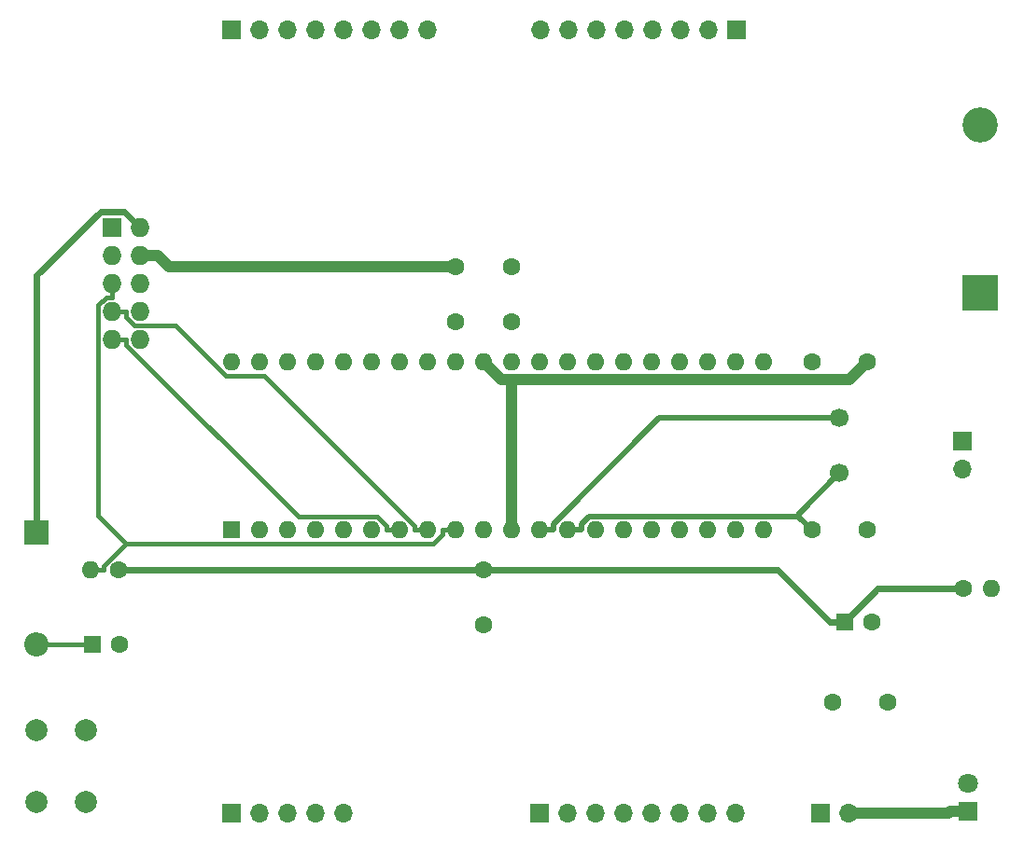
<source format=gbr>
G04 #@! TF.GenerationSoftware,KiCad,Pcbnew,5.1.4-3.fc30*
G04 #@! TF.CreationDate,2019-09-19T02:51:46+02:00*
G04 #@! TF.ProjectId,avr_dev_board_atmega16,6176725f-6465-4765-9f62-6f6172645f61,1_0*
G04 #@! TF.SameCoordinates,Original*
G04 #@! TF.FileFunction,Copper,L1,Top*
G04 #@! TF.FilePolarity,Positive*
%FSLAX46Y46*%
G04 Gerber Fmt 4.6, Leading zero omitted, Abs format (unit mm)*
G04 Created by KiCad (PCBNEW 5.1.4-3.fc30) date 2019-09-19 02:51:46*
%MOMM*%
%LPD*%
G04 APERTURE LIST*
%ADD10C,1.700000*%
%ADD11C,1.600000*%
%ADD12O,1.727200X1.727200*%
%ADD13R,1.727200X1.727200*%
%ADD14O,1.700000X1.700000*%
%ADD15R,1.700000X1.700000*%
%ADD16C,2.000000*%
%ADD17R,1.600000X1.600000*%
%ADD18O,2.200000X2.200000*%
%ADD19R,2.200000X2.200000*%
%ADD20O,3.200000X3.200000*%
%ADD21R,3.200000X3.200000*%
%ADD22C,1.800000*%
%ADD23R,1.800000X1.800000*%
%ADD24O,1.600000X1.600000*%
%ADD25C,0.400000*%
%ADD26C,1.000000*%
%ADD27C,0.600000*%
%ADD28C,0.500000*%
G04 APERTURE END LIST*
D10*
X118616000Y-86164600D03*
X118616000Y-91164600D03*
D11*
X121116000Y-81094600D03*
X116116000Y-81094600D03*
X121116000Y-96334600D03*
X116116000Y-96334600D03*
D12*
X55194200Y-78994000D03*
X52654200Y-78994000D03*
X55194200Y-76454000D03*
X52654200Y-76454000D03*
X55194200Y-73914000D03*
X52654200Y-73914000D03*
X55194200Y-71374000D03*
X52654200Y-71374000D03*
X55194200Y-68834000D03*
D13*
X52654200Y-68834000D03*
D14*
X119469000Y-122075000D03*
D15*
X116929000Y-122075000D03*
D14*
X129795000Y-90805000D03*
D15*
X129795000Y-88265000D03*
D14*
X109208900Y-122075000D03*
X106668900Y-122075000D03*
X104128900Y-122075000D03*
X101588900Y-122075000D03*
X99048900Y-122075000D03*
X96508900Y-122075000D03*
X93968900Y-122075000D03*
D15*
X91428900Y-122075000D03*
D14*
X91529000Y-50955400D03*
X94069000Y-50955400D03*
X96609000Y-50955400D03*
X99149000Y-50955400D03*
X101689000Y-50955400D03*
X104229000Y-50955400D03*
X106769000Y-50955400D03*
D15*
X109309000Y-50955400D03*
D14*
X81254600Y-50905400D03*
X78714600Y-50905400D03*
X76174600Y-50905400D03*
X73634600Y-50905400D03*
X71094600Y-50905400D03*
X68554600Y-50905400D03*
X66014600Y-50905400D03*
D15*
X63474600Y-50905400D03*
D14*
X73634600Y-122025000D03*
X71094600Y-122025000D03*
X68554600Y-122025000D03*
X66014600Y-122025000D03*
D15*
X63474600Y-122025000D03*
D16*
X50296200Y-121029000D03*
X45796200Y-121029000D03*
X50296200Y-114529000D03*
X45796200Y-114529000D03*
D11*
X53350800Y-106680000D03*
D17*
X50850800Y-106680000D03*
D11*
X83794600Y-72437000D03*
X83794600Y-77437000D03*
X86334600Y-104936800D03*
X86334600Y-99936800D03*
X88874600Y-77437000D03*
X88874600Y-72437000D03*
X121566000Y-104651000D03*
D17*
X119066000Y-104651000D03*
D11*
X122973000Y-111989000D03*
X117973000Y-111989000D03*
D18*
X45796200Y-106680000D03*
D19*
X45796200Y-96520000D03*
D20*
X131394000Y-59512200D03*
D21*
X131394000Y-74752200D03*
D22*
X130245000Y-119354000D03*
D23*
X130245000Y-121894000D03*
D24*
X50673000Y-99936300D03*
D11*
X53213000Y-99936300D03*
D24*
X132385000Y-101651000D03*
D11*
X129845000Y-101651000D03*
D24*
X63474600Y-81094600D03*
X111734600Y-96334600D03*
X66014600Y-81094600D03*
X109194600Y-96334600D03*
X68554600Y-81094600D03*
X106654600Y-96334600D03*
X71094600Y-81094600D03*
X104114600Y-96334600D03*
X73634600Y-81094600D03*
X101574600Y-96334600D03*
X76174600Y-81094600D03*
X99034600Y-96334600D03*
X78714600Y-81094600D03*
X96494600Y-96334600D03*
X81254600Y-81094600D03*
X93954600Y-96334600D03*
X83794600Y-81094600D03*
X91414600Y-96334600D03*
X86334600Y-81094600D03*
X88874600Y-96334600D03*
X88874600Y-81094600D03*
X86334600Y-96334600D03*
X91414600Y-81094600D03*
X83794600Y-96334600D03*
X93954600Y-81094600D03*
X81254600Y-96334600D03*
X96494600Y-81094600D03*
X78714600Y-96334600D03*
X99034600Y-81094600D03*
X76174600Y-96334600D03*
X101574600Y-81094600D03*
X73634600Y-96334600D03*
X104114600Y-81094600D03*
X71094600Y-96334600D03*
X106654600Y-81094600D03*
X68554600Y-96334600D03*
X109194600Y-81094600D03*
X66014600Y-96334600D03*
X111734600Y-81094600D03*
D17*
X63474600Y-96334600D03*
D25*
X53901600Y-97534900D02*
X51873300Y-99563200D01*
X51873300Y-99563200D02*
X51873300Y-99936300D01*
X82594300Y-96334600D02*
X82594300Y-96709800D01*
X82594300Y-96709800D02*
X81769200Y-97534900D01*
X81769200Y-97534900D02*
X53901600Y-97534900D01*
X53901600Y-97534900D02*
X51378200Y-95011500D01*
X51378200Y-95011500D02*
X51378200Y-75930200D01*
X51378200Y-75930200D02*
X52130500Y-75177900D01*
X52130500Y-75177900D02*
X52654200Y-75177900D01*
X52654200Y-73914000D02*
X52654200Y-75177900D01*
X50673000Y-99936300D02*
X51873300Y-99936300D01*
X83794600Y-96334600D02*
X82594300Y-96334600D01*
X50850800Y-106680000D02*
X47296500Y-106680000D01*
X45796200Y-106680000D02*
X47296500Y-106680000D01*
D26*
X88874600Y-82675200D02*
X88874600Y-94834300D01*
X86334600Y-81094600D02*
X87915200Y-82675200D01*
X87915200Y-82675200D02*
X88874600Y-82675200D01*
X88874600Y-82675200D02*
X119535400Y-82675200D01*
X119535400Y-82675200D02*
X121116000Y-81094600D01*
X88874600Y-96334600D02*
X88874600Y-94834300D01*
X130245000Y-121894000D02*
X128644700Y-121894000D01*
X119469000Y-122075000D02*
X128463700Y-122075000D01*
X128463700Y-122075000D02*
X128644700Y-121894000D01*
X55194200Y-71374000D02*
X56758100Y-71374000D01*
X83794600Y-72437000D02*
X57821100Y-72437000D01*
X57821100Y-72437000D02*
X56758100Y-71374000D01*
D27*
X45796200Y-96520000D02*
X45796200Y-73214700D01*
X45796200Y-73214700D02*
X51592500Y-67418400D01*
X51592500Y-67418400D02*
X53778600Y-67418400D01*
X53778600Y-67418400D02*
X55194200Y-68834000D01*
X86334600Y-99936800D02*
X53213500Y-99936800D01*
X53213500Y-99936800D02*
X53213000Y-99936300D01*
X117765700Y-104651000D02*
X113051500Y-99936800D01*
X113051500Y-99936800D02*
X86334600Y-99936800D01*
X119066000Y-104651000D02*
X117765700Y-104651000D01*
X129845000Y-101651000D02*
X122066000Y-101651000D01*
X122066000Y-101651000D02*
X119066000Y-104651000D01*
D25*
X52654200Y-76454000D02*
X53918100Y-76454000D01*
X81254600Y-96334600D02*
X80054300Y-96334600D01*
X80054300Y-96334600D02*
X80054300Y-95959500D01*
X80054300Y-95959500D02*
X66436700Y-82341900D01*
X66436700Y-82341900D02*
X62989200Y-82341900D01*
X62989200Y-82341900D02*
X58371300Y-77724000D01*
X58371300Y-77724000D02*
X54664400Y-77724000D01*
X54664400Y-77724000D02*
X53918100Y-76977700D01*
X53918100Y-76977700D02*
X53918100Y-76454000D01*
X52654200Y-78994000D02*
X53918100Y-78994000D01*
X78714600Y-96334600D02*
X77514300Y-96334600D01*
X77514300Y-96334600D02*
X77514300Y-95959400D01*
X77514300Y-95959400D02*
X76689200Y-95134300D01*
X76689200Y-95134300D02*
X69534700Y-95134300D01*
X69534700Y-95134300D02*
X53918100Y-79517700D01*
X53918100Y-79517700D02*
X53918100Y-78994000D01*
D28*
X114864800Y-95083400D02*
X116116000Y-96334600D01*
X95204900Y-96334600D02*
X95204900Y-95787600D01*
X95204900Y-95787600D02*
X95909100Y-95083400D01*
X95909100Y-95083400D02*
X114864800Y-95083400D01*
X114864800Y-95083400D02*
X114864800Y-94915800D01*
X114864800Y-94915800D02*
X118616000Y-91164600D01*
X93954600Y-96334600D02*
X95204900Y-96334600D01*
X91414600Y-96334600D02*
X92664900Y-96334600D01*
X92664900Y-96334600D02*
X92664900Y-95787600D01*
X92664900Y-95787600D02*
X102287900Y-86164600D01*
X102287900Y-86164600D02*
X118616000Y-86164600D01*
M02*

</source>
